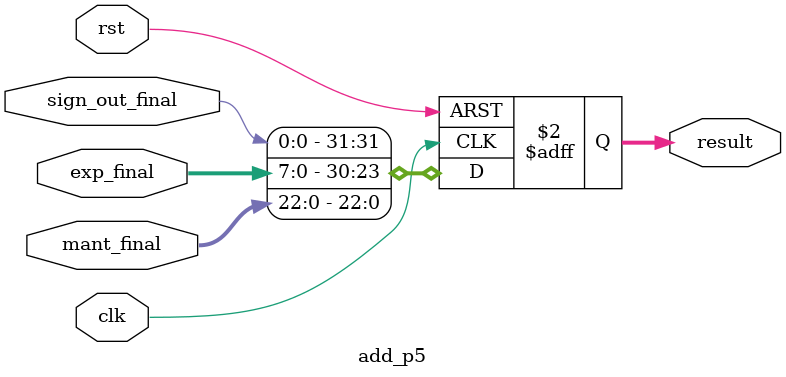
<source format=v>
module add_p5( input clk,rst,
               input [7:0] exp_final,
               input [22:0] mant_final,
               input sign_out_final,
               output reg [31:0] result);



always@(posedge clk or posedge rst) begin
 if(rst) begin
  result<=32'd0;
 
 end
 else begin
  result<={sign_out_final,exp_final,mant_final};
 
 end
 



end               
               
               
endmodule
</source>
